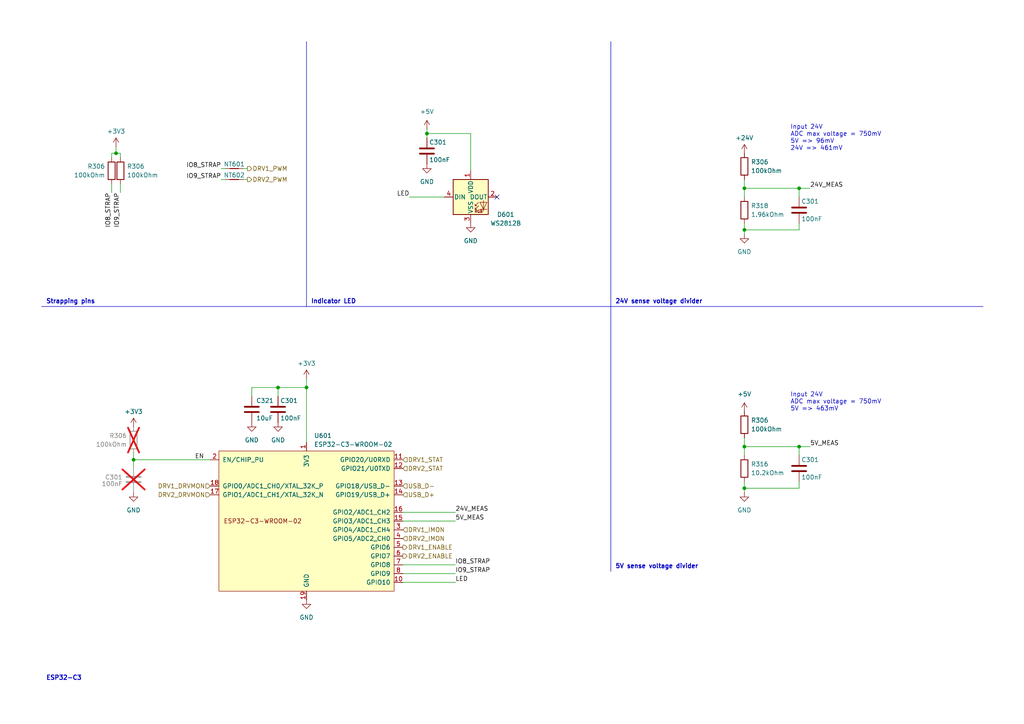
<source format=kicad_sch>
(kicad_sch (version 20230121) (generator eeschema)
  (paper "A4")
  (lib_symbols
    (symbol "Device:C" (pin_numbers hide) (pin_names (offset 0.254))
      (property "Reference" "C" (at 0.635 2.54 0))
      (property "Value" "C" (at 0.635 -2.54 0))
      (symbol "C_0_1"
        (polyline (pts (xy -2.032 -0.762) (xy 2.032 -0.762)) (stroke (width 0.508)))
        (polyline (pts (xy -2.032 0.762) (xy 2.032 0.762)) (stroke (width 0.508)))
      )
      (symbol "C_1_1"
        (pin passive line (at 0 3.81 270) (length 2.794) (name "~") (number "1"))
        (pin passive line (at 0 -3.81 90) (length 2.794) (name "~") (number "2"))
      )
    )
    (symbol "Device:NetTie_2" (pin_numbers hide) (pin_names (offset 0) hide) (in_bom no)
      (property "Reference" "NT" (at 0 1.27 0))
      (property "Value" "NetTie_2" (at 0 -1.27 0))
      (symbol "NetTie_2_0_1"
        (polyline (pts (xy -1.27 0) (xy 1.27 0)) (stroke (width 0.254)))
      )
      (symbol "NetTie_2_1_1"
        (pin passive line (at -2.54 0 0) (length 2.54) (name "1") (number "1"))
        (pin passive line (at 2.54 0 180) (length 2.54) (name "2") (number "2"))
      )
    )
    (symbol "Device:R" (pin_numbers hide) (pin_names (offset 0))
      (property "Reference" "R" (at 2.032 0 90))
      (property "Value" "R" (at 0 0 90))
      (symbol "R_0_1"
        (rectangle (start -1.016 -2.54) (end 1.016 2.54) (stroke (width 0.254)))
      )
      (symbol "R_1_1"
        (pin passive line (at 0 3.81 270) (length 1.27) (name "~") (number "1"))
        (pin passive line (at 0 -3.81 90) (length 1.27) (name "~") (number "2"))
      )
    )
    (symbol "LED:WS2812B" (pin_names (offset 0.254))
      (property "Reference" "D" (at 5.08 5.715 0))
      (property "Value" "WS2812B" (at 1.27 -5.715 0))
      (symbol "WS2812B_0_0"
        (text "RGB" (at 2.286 -4.191 0) (effects (font (size 0.762 0.762))))
      )
      (symbol "WS2812B_0_1"
        (polyline (pts (xy 1.27 -3.556) (xy 1.778 -3.556)))
        (polyline (pts (xy 1.27 -2.54) (xy 1.778 -2.54)))
        (polyline (pts (xy 4.699 -3.556) (xy 2.667 -3.556)))
        (polyline (pts (xy 2.286 -2.54) (xy 1.27 -3.556) (xy 1.27 -3.048)))
        (polyline (pts (xy 2.286 -1.524) (xy 1.27 -2.54) (xy 1.27 -2.032)))
        (polyline (pts (xy 3.683 -1.016) (xy 3.683 -3.556) (xy 3.683 -4.064)))
        (polyline (pts (xy 4.699 -1.524) (xy 2.667 -1.524) (xy 3.683 -3.556) (xy 4.699 -1.524)))
        (rectangle (start 5.08 5.08) (end -5.08 -5.08) (stroke (width 0.254)) (fill (type background)))
      )
      (symbol "WS2812B_1_1"
        (pin power_in line (at 0 7.62 270) (length 2.54) (name "VDD") (number "1"))
        (pin output line (at 7.62 0 180) (length 2.54) (name "DOUT") (number "2"))
        (pin power_in line (at 0 -7.62 90) (length 2.54) (name "VSS") (number "3"))
        (pin input line (at -7.62 0 0) (length 2.54) (name "DIN") (number "4"))
      )
    )
    (symbol "PCM_Espressif:ESP32-C3-WROOM-02" (pin_names (offset 1.016))
      (property "Reference" "U" (at -25.4 25.4 0))
      (property "Value" "ESP32-C3-WROOM-02" (at -25.4 22.86 0))
      (symbol "ESP32-C3-WROOM-02_0_0"
        (text "ESP32-C3-WROOM-02" (at -12.7 0 0) (effects (font (size 1.27 1.27))))
      )
      (symbol "ESP32-C3-WROOM-02_0_1"
        (rectangle (start 25.4 20.32) (end -25.4 -20.32) (fill (type background)))
      )
      (symbol "ESP32-C3-WROOM-02_1_1"
        (pin power_in line (at 0 22.86 270) (length 2.54) (name "3V3") (number "1"))
        (pin bidirectional line (at 27.94 -17.78 180) (length 2.54) (name "GPIO10") (number "10"))
        (pin bidirectional line (at 27.94 17.78 180) (length 2.54) (name "GPIO20/U0RXD") (number "11"))
        (pin bidirectional line (at 27.94 15.24 180) (length 2.54) (name "GPIO21/U0TXD") (number "12"))
        (pin bidirectional line (at 27.94 10.16 180) (length 2.54) (name "GPIO18/USB_D-") (number "13"))
        (pin bidirectional line (at 27.94 7.62 180) (length 2.54) (name "GPIO19/USB_D+") (number "14"))
        (pin bidirectional line (at 27.94 0 180) (length 2.54) (name "GPIO3/ADC1_CH3") (number "15"))
        (pin bidirectional line (at 27.94 2.54 180) (length 2.54) (name "GPIO2/ADC1_CH2") (number "16"))
        (pin bidirectional line (at -27.94 7.62 0) (length 2.54) (name "GPIO1/ADC1_CH1/XTAL_32K_N") (number "17"))
        (pin bidirectional line (at -27.94 10.16 0) (length 2.54) (name "GPIO0/ADC1_CH0/XTAL_32K_P") (number "18"))
        (pin power_in line (at 0 -22.86 90) (length 2.54) (name "GND") (number "19"))
        (pin input line (at -27.94 17.78 0) (length 2.54) (name "EN/CHIP_PU") (number "2"))
        (pin bidirectional line (at 27.94 -2.54 180) (length 2.54) (name "GPIO4/ADC1_CH4") (number "3"))
        (pin bidirectional line (at 27.94 -5.08 180) (length 2.54) (name "GPIO5/ADC2_CH0") (number "4"))
        (pin bidirectional line (at 27.94 -7.62 180) (length 2.54) (name "GPIO6") (number "5"))
        (pin bidirectional line (at 27.94 -10.16 180) (length 2.54) (name "GPIO7") (number "6"))
        (pin bidirectional line (at 27.94 -12.7 180) (length 2.54) (name "GPIO8") (number "7"))
        (pin bidirectional line (at 27.94 -15.24 180) (length 2.54) (name "GPIO9") (number "8"))
        (pin passive line (at 0 -22.86 90) (length 2.54) hide (name "GND") (number "9"))
      )
    )
    (symbol "power:+24V" (power) (pin_names (offset 0))
      (property "Value" "+24V" (at 0 3.556 0))
      (symbol "+24V_0_1"
        (polyline (pts (xy -0.762 1.27) (xy 0 2.54)))
        (polyline (pts (xy 0 0) (xy 0 2.54)))
        (polyline (pts (xy 0 2.54) (xy 0.762 1.27)))
      )
      (symbol "+24V_1_1"
        (pin power_in line (at 0 0 90) (length 0) hide (name "+24V") (number "1"))
      )
    )
    (symbol "power:+3V3" (power) (pin_names (offset 0))
      (property "Value" "+3V3" (at 0 3.556 0))
      (symbol "+3V3_0_1"
        (polyline (pts (xy -0.762 1.27) (xy 0 2.54)))
        (polyline (pts (xy 0 0) (xy 0 2.54)))
        (polyline (pts (xy 0 2.54) (xy 0.762 1.27)))
      )
      (symbol "+3V3_1_1"
        (pin power_in line (at 0 0 90) (length 0) hide (name "+3V3") (number "1"))
      )
    )
    (symbol "power:+5V" (power) (pin_names (offset 0))
      (property "Value" "+5V" (at 0 3.556 0))
      (symbol "+5V_0_1"
        (polyline (pts (xy -0.762 1.27) (xy 0 2.54)))
        (polyline (pts (xy 0 0) (xy 0 2.54)))
        (polyline (pts (xy 0 2.54) (xy 0.762 1.27)))
      )
      (symbol "+5V_1_1"
        (pin power_in line (at 0 0 90) (length 0) hide (name "+5V") (number "1"))
      )
    )
    (symbol "power:GND" (power) (pin_names (offset 0))
      (property "Value" "GND" (at 0 -3.81 0))
      (symbol "GND_0_1"
        (polyline (pts (xy 0 0) (xy 0 -1.27) (xy 1.27 -1.27) (xy 0 -2.54) (xy -1.27 -1.27) (xy 0 -1.27)))
      )
      (symbol "GND_1_1"
        (pin power_in line (at 0 0 270) (length 0) hide (name "GND") (number "1"))
      )
    )
  )
  (junction (at 215.9 141.605))
  (junction (at 215.9 129.54))
  (junction (at 38.735 133.35))
  (junction (at 231.775 54.61))
  (junction (at 123.825 38.735))
  (junction (at 88.9 112.395))
  (junction (at 215.9 54.61))
  (junction (at 80.645 112.395))
  (junction (at 231.775 129.54))
  (junction (at 33.655 44.45))
  (junction (at 215.9 66.675))
  (no_connect (at 144.145 57.15))
  (wire (pts (xy 88.9 112.395) (xy 80.645 112.395)))
  (wire (pts (xy 80.645 112.395) (xy 73.025 112.395)))
  (wire (pts (xy 64.135 52.07) (xy 65.405 52.07)))
  (wire (pts (xy 215.9 66.675) (xy 231.775 66.675)))
  (wire (pts (xy 215.9 52.07) (xy 215.9 54.61)))
  (wire (pts (xy 116.84 168.91) (xy 132.08 168.91)))
  (wire (pts (xy 71.755 48.895) (xy 70.485 48.895)))
  (wire (pts (xy 70.485 52.07) (xy 71.755 52.07)))
  (wire (pts (xy 32.385 44.45) (xy 32.385 45.72)))
  (wire (pts (xy 116.84 151.13) (xy 132.08 151.13)))
  (wire (pts (xy 123.825 38.735) (xy 136.525 38.735)))
  (wire (pts (xy 215.9 139.7) (xy 215.9 141.605)))
  (wire (pts (xy 116.84 166.37) (xy 132.08 166.37)))
  (wire (pts (xy 231.775 66.675) (xy 231.775 64.77)))
  (wire (pts (xy 33.655 44.45) (xy 32.385 44.45)))
  (polyline (pts (xy 177.165 12.065) (xy 177.165 165.735)))
  (wire (pts (xy 34.925 44.45) (xy 34.925 45.72)))
  (wire (pts (xy 73.025 112.395) (xy 73.025 114.935)))
  (wire (pts (xy 33.655 42.545) (xy 33.655 44.45)))
  (wire (pts (xy 38.735 133.35) (xy 38.735 135.255)))
  (wire (pts (xy 116.84 163.83) (xy 132.08 163.83)))
  (wire (pts (xy 215.9 66.675) (xy 215.9 67.945)))
  (wire (pts (xy 123.825 38.735) (xy 123.825 40.005)))
  (wire (pts (xy 64.135 48.895) (xy 65.405 48.895)))
  (wire (pts (xy 231.775 129.54) (xy 231.775 132.08)))
  (wire (pts (xy 215.9 129.54) (xy 215.9 132.08)))
  (wire (pts (xy 33.655 44.45) (xy 34.925 44.45)))
  (wire (pts (xy 38.735 131.445) (xy 38.735 133.35)))
  (wire (pts (xy 215.9 64.77) (xy 215.9 66.675)))
  (wire (pts (xy 34.925 55.88) (xy 34.925 53.34)))
  (wire (pts (xy 123.825 37.465) (xy 123.825 38.735)))
  (wire (pts (xy 136.525 38.735) (xy 136.525 49.53)))
  (wire (pts (xy 215.9 127) (xy 215.9 129.54)))
  (wire (pts (xy 231.775 141.605) (xy 231.775 139.7)))
  (wire (pts (xy 215.9 54.61) (xy 231.775 54.61)))
  (wire (pts (xy 32.385 55.88) (xy 32.385 53.34)))
  (wire (pts (xy 231.775 129.54) (xy 234.95 129.54)))
  (polyline (pts (xy 12.065 88.9) (xy 285.115 88.9)))
  (wire (pts (xy 116.84 148.59) (xy 132.08 148.59)))
  (wire (pts (xy 231.775 54.61) (xy 231.775 57.15)))
  (wire (pts (xy 215.9 54.61) (xy 215.9 57.15)))
  (wire (pts (xy 88.9 112.395) (xy 88.9 128.27)))
  (wire (pts (xy 215.9 141.605) (xy 215.9 142.875)))
  (wire (pts (xy 118.745 57.15) (xy 128.905 57.15)))
  (polyline (pts (xy 88.9 12.065) (xy 88.9 88.9)))
  (wire (pts (xy 215.9 129.54) (xy 231.775 129.54)))
  (wire (pts (xy 38.735 133.35) (xy 60.96 133.35)))
  (wire (pts (xy 80.645 112.395) (xy 80.645 114.935)))
  (wire (pts (xy 88.9 109.855) (xy 88.9 112.395)))
  (wire (pts (xy 215.9 141.605) (xy 231.775 141.605)))
  (wire (pts (xy 231.775 54.61) (xy 234.95 54.61)))
  (text "Input 24V\nADC max voltage = 750mV\n5V => 96mV\n24V => 461mV" (at 229.235 43.815 0) (effects (font (size 1.27 1.27)) (justify left bottom)))
  (text "Input 24V\nADC max voltage = 750mV\n5V => 463mV" (at 229.235 119.38 0) (effects (font (size 1.27 1.27)) (justify left bottom)))
  (text "Strapping pins" (at 13.335 88.265 0) (effects (font (size 1.27 1.27) (thickness 0.254) bold) (justify left bottom)))
  (text "ESP32-C3" (at 13.335 197.485 0) (effects (font (size 1.27 1.27) (thickness 0.254) bold) (justify left bottom)))
  (text "5V sense voltage divider" (at 178.435 165.1 0) (effects (font (size 1.27 1.27) (thickness 0.254) bold) (justify left bottom)))
  (text "Indicator LED" (at 90.17 88.265 0) (effects (font (size 1.27 1.27) (thickness 0.254) bold) (justify left bottom)))
  (text "24V sense voltage divider" (at 178.435 88.265 0) (effects (font (size 1.27 1.27) (thickness 0.254) bold) (justify left bottom)))
  (label "24V_MEAS" (at 132.08 148.59 0))
  (label "EN" (at 56.515 133.35 0))
  (label "5V_MEAS" (at 234.95 129.54 0))
  (label "24V_MEAS" (at 234.95 54.61 0))
  (label "IO8_STRAP" (at 64.135 48.895 180))
  (label "LED" (at 118.745 57.15 180))
  (label "IO9_STRAP" (at 132.08 166.37 0))
  (label "LED" (at 132.08 168.91 0))
  (label "IO9_STRAP" (at 64.135 52.07 180))
  (label "5V_MEAS" (at 132.08 151.13 0))
  (label "IO8_STRAP" (at 132.08 163.83 0))
  (label "IO9_STRAP" (at 34.925 55.88 270))
  (label "IO8_STRAP" (at 32.385 55.88 270))
  (hierarchical_label "DRV2_PWM" (shape output) (at 71.755 52.07 0))
  (hierarchical_label "DRV2_DRVMON" (shape input) (at 60.96 143.51 180))
  (hierarchical_label "DRV1_PWM" (shape output) (at 71.755 48.895 0))
  (hierarchical_label "USB_D-" (shape input) (at 116.84 140.97 0))
  (hierarchical_label "DRV1_ENABLE" (shape output) (at 116.84 158.75 0))
  (hierarchical_label "USB_D+" (shape input) (at 116.84 143.51 0))
  (hierarchical_label "DRV1_DRVMON" (shape input) (at 60.96 140.97 180))
  (hierarchical_label "DRV2_IMON" (shape input) (at 116.84 156.21 0))
  (hierarchical_label "DRV2_ENABLE" (shape output) (at 116.84 161.29 0))
  (hierarchical_label "DRV1_IMON" (shape input) (at 116.84 153.67 0))
  (hierarchical_label "DRV2_STAT" (shape input) (at 116.84 135.89 0))
  (hierarchical_label "DRV1_STAT" (shape input) (at 116.84 133.35 0))
  (symbol (lib_id "PCM_Espressif:ESP32-C3-WROOM-02") (at 88.9 151.13 0) (unit 1)
    (property "Reference" "U601" (at 91.0941 126.365 0) (effects (justify left)))
    (property "Value" "ESP32-C3-WROOM-02" (at 91.0941 128.905 0) (effects (justify left)))
    (property "Footprint" "PCM_Espressif:ESP32-C3-WROOM-02" (effects hide))
    (property "Datasheet" "https://www.espressif.com/sites/default/files/documentation/esp32-c3-wroom-02_datasheet_en.pdf" (effects hide))
    (property "LCSC" "C2934560" (effects hide))
  )
  (symbol (lib_id "power:+3V3") (at 88.9 109.855 0) (unit 1)
    (property "Reference" "#PWR0606" (effects hide))
    (property "Value" "+3V3" (at 88.9 105.41 0))
  )
  (symbol (lib_id "Device:R") (at 215.9 60.96 180) (unit 1)
    (property "Reference" "R318" (at 217.805 59.6899 0) (effects (justify right)))
    (property "Value" "1.96kOhm" (at 217.805 62.2299 0) (effects (justify right)))
    (property "Footprint" "Resistor_SMD:R_0402_1005Metric" (effects hide))
    (property "LCSC" "C226864" (effects hide))
    (instances (project "fancontroller" (path "" (reference "R318") (unit 1))) (project "leddimmer-hw" (path "" (reference "R503") (unit 1)) (path "" (reference "R605") (unit 1))))
  )
  (symbol (lib_id "Device:R") (at 215.9 135.89 180) (unit 1)
    (property "Reference" "R316" (at 217.805 134.6199 0) (effects (justify right)))
    (property "Value" "10.2kOhm" (at 217.805 137.1599 0) (effects (justify right)))
    (property "Footprint" "Resistor_SMD:R_0402_1005Metric" (effects hide))
    (property "LCSC" "C11660" (effects hide))
    (instances (project "fancontroller" (path "" (reference "R316") (unit 1))) (project "leddimmer-hw" (path "" (reference "R502") (unit 1)) (path "" (reference "R607") (unit 1))))
  )
  (symbol (lib_id "Device:C") (at 80.645 118.745 0) (unit 1)
    (property "Reference" "C301" (at 81.28 116.205 0) (effects (justify left)))
    (property "Value" "100nF" (at 81.28 121.285 0) (effects (justify left)))
    (property "Footprint" "Capacitor_SMD:C_0402_1005Metric" (effects hide))
    (property "LCSC" "C307331" (effects hide))
    (instances (project "fancontroller" (path "" (reference "C301") (unit 1))) (project "leddimmer-hw" (path "" (reference "C1") (unit 1)) (path "" (reference "C203") (unit 1)) (path "" (reference "C603") (unit 1))))
  )
  (symbol (lib_id "Device:C") (at 73.025 118.745 0) (unit 1)
    (property "Reference" "C321" (at 74.295 116.205 0) (effects (justify left)))
    (property "Value" "10uF" (at 74.295 121.285 0) (effects (justify left)))
    (property "Footprint" "Capacitor_SMD:C_0805_2012Metric" (effects hide))
    (property "LCSC" "C15850" (effects hide))
    (instances (project "fancontroller" (path "" (reference "C321") (unit 1))) (project "leddimmer-hw" (path "" (reference "C505") (unit 1)) (path "" (reference "C602") (unit 1))))
  )
  (symbol (lib_id "power:+3V3") (at 33.655 42.545 0) (unit 1)
    (property "Reference" "#PWR0601" (effects hide))
    (property "Value" "+3V3" (at 33.655 38.1 0))
  )
  (symbol (lib_id "power:GND") (at 73.025 122.555 0) (unit 1)
    (property "Reference" "#PWR0317" (effects hide))
    (property "Value" "GND" (at 73.025 127.635 0))
    (instances (project "fancontroller" (path "" (reference "#PWR0317") (unit 1))) (project "leddimmer-hw" (path "" (reference "#PWR0508") (unit 1)) (path "" (reference "#PWR0604") (unit 1))))
  )
  (symbol (lib_id "Device:C") (at 123.825 43.815 0) (unit 1)
    (property "Reference" "C301" (at 124.46 41.275 0) (effects (justify left)))
    (property "Value" "100nF" (at 124.46 46.355 0) (effects (justify left)))
    (property "Footprint" "Capacitor_SMD:C_0402_1005Metric" (effects hide))
    (property "LCSC" "C307331" (effects hide))
    (instances (project "fancontroller" (path "" (reference "C301") (unit 1))) (project "leddimmer-hw" (path "" (reference "C1") (unit 1)) (path "" (reference "C203") (unit 1)) (path "" (reference "C604") (unit 1))))
  )
  (symbol (lib_id "power:GND") (at 38.735 142.875 0) (unit 1)
    (property "Reference" "#PWR0317" (effects hide))
    (property "Value" "GND" (at 38.735 147.955 0))
    (instances (project "fancontroller" (path "" (reference "#PWR0317") (unit 1))) (project "leddimmer-hw" (path "" (reference "#PWR0508") (unit 1)) (path "" (reference "#PWR0603") (unit 1))))
  )
  (symbol (lib_id "Device:R") (at 34.925 49.53 180) (unit 1)
    (property "Reference" "R306" (at 36.83 48.26 0) (effects (justify right)))
    (property "Value" "100kOhm" (at 36.83 50.8 0) (effects (justify right)))
    (property "Footprint" "Resistor_SMD:R_0402_1005Metric" (effects hide))
    (property "LCSC" "C25741" (effects hide))
    (instances (project "fancontroller" (path "" (reference "R306") (unit 1))) (project "leddimmer-hw" (path "" (reference "R3") (unit 1)) (path "" (reference "R205") (unit 1)) (path "" (reference "R602") (unit 1))))
  )
  (symbol (lib_id "power:GND") (at 88.9 173.99 0) (unit 1)
    (property "Reference" "#PWR0317" (effects hide))
    (property "Value" "GND" (at 88.9 179.07 0))
    (instances (project "fancontroller" (path "" (reference "#PWR0317") (unit 1))) (project "leddimmer-hw" (path "" (reference "#PWR0508") (unit 1)) (path "" (reference "#PWR0607") (unit 1))))
  )
  (symbol (lib_id "Device:R") (at 215.9 48.26 180) (unit 1)
    (property "Reference" "R306" (at 217.805 46.99 0) (effects (justify right)))
    (property "Value" "100kOhm" (at 217.805 49.53 0) (effects (justify right)))
    (property "Footprint" "Resistor_SMD:R_0402_1005Metric" (effects hide))
    (property "LCSC" "C25741" (effects hide))
    (instances (project "fancontroller" (path "" (reference "R306") (unit 1))) (project "leddimmer-hw" (path "" (reference "R3") (unit 1)) (path "" (reference "R205") (unit 1)) (path "" (reference "R604") (unit 1))))
  )
  (symbol (lib_id "Device:NetTie_2") (at 67.945 48.895 0) (unit 1) (in_bom no)
    (property "Reference" "NT601" (at 67.945 47.625 0))
    (property "Value" "NetTie_2" (effects hide))
    (property "Footprint" "NetTie:NetTie-2_SMD_Pad0.5mm" (effects hide))
  )
  (symbol (lib_id "Device:NetTie_2") (at 67.945 52.07 0) (unit 1) (in_bom no)
    (property "Reference" "NT602" (at 67.945 50.8 0))
    (property "Value" "NetTie_2" (effects hide))
    (property "Footprint" "NetTie:NetTie-2_SMD_Pad0.5mm" (effects hide))
  )
  (symbol (lib_id "Device:C") (at 231.775 60.96 0) (unit 1)
    (property "Reference" "C301" (at 232.41 58.42 0) (effects (justify left)))
    (property "Value" "100nF" (at 232.41 63.5 0) (effects (justify left)))
    (property "Footprint" "Capacitor_SMD:C_0402_1005Metric" (effects hide))
    (property "LCSC" "C307331" (effects hide))
    (instances (project "fancontroller" (path "" (reference "C301") (unit 1))) (project "leddimmer-hw" (path "" (reference "C1") (unit 1)) (path "" (reference "C203") (unit 1)) (path "" (reference "C605") (unit 1))))
  )
  (symbol (lib_id "power:+5V") (at 215.9 119.38 0) (unit 1)
    (property "Reference" "#PWR0507" (effects hide))
    (property "Value" "+5V" (at 215.9 114.3 0))
    (instances (project "leddimmer-hw" (path "" (reference "#PWR0507") (unit 1)) (path "" (reference "#PWR0101") (unit 1)) (path "" (reference "#PWR0613") (unit 1))))
  )
  (symbol (lib_id "Device:R") (at 38.735 127.635 180) (unit 1) (in_bom no) (dnp yes)
    (property "Reference" "R306" (at 36.83 126.365 0) (effects (justify left)))
    (property "Value" "100kOhm" (at 36.83 128.905 0) (effects (justify left)))
    (property "Footprint" "Resistor_SMD:R_0402_1005Metric" (effects hide))
    (property "LCSC" "C25741" (effects hide))
    (instances (project "fancontroller" (path "" (reference "R306") (unit 1))) (project "leddimmer-hw" (path "" (reference "R3") (unit 1)) (path "" (reference "R205") (unit 1)) (path "" (reference "R603") (unit 1))))
  )
  (symbol (lib_id "power:+5V") (at 123.825 37.465 0) (unit 1)
    (property "Reference" "#PWR0507" (effects hide))
    (property "Value" "+5V" (at 123.825 32.385 0))
    (instances (project "leddimmer-hw" (path "" (reference "#PWR0507") (unit 1)) (path "" (reference "#PWR0101") (unit 1)) (path "" (reference "#PWR0608") (unit 1))))
  )
  (symbol (lib_id "Device:R") (at 215.9 123.19 180) (unit 1)
    (property "Reference" "R306" (at 217.805 121.92 0) (effects (justify right)))
    (property "Value" "100kOhm" (at 217.805 124.46 0) (effects (justify right)))
    (property "Footprint" "Resistor_SMD:R_0402_1005Metric" (effects hide))
    (property "LCSC" "C25741" (effects hide))
    (instances (project "fancontroller" (path "" (reference "R306") (unit 1))) (project "leddimmer-hw" (path "" (reference "R3") (unit 1)) (path "" (reference "R205") (unit 1)) (path "" (reference "R606") (unit 1))))
  )
  (symbol (lib_id "Device:R") (at 32.385 49.53 180) (unit 1)
    (property "Reference" "R306" (at 30.48 48.26 0) (effects (justify left)))
    (property "Value" "100kOhm" (at 30.48 50.8 0) (effects (justify left)))
    (property "Footprint" "Resistor_SMD:R_0402_1005Metric" (effects hide))
    (property "LCSC" "C25741" (effects hide))
    (instances (project "fancontroller" (path "" (reference "R306") (unit 1))) (project "leddimmer-hw" (path "" (reference "R3") (unit 1)) (path "" (reference "R205") (unit 1)) (path "" (reference "R601") (unit 1))))
  )
  (symbol (lib_id "Device:C") (at 38.735 139.065 0) (unit 1) (in_bom no) (dnp yes)
    (property "Reference" "C301" (at 35.56 138.43 0) (effects (justify right)))
    (property "Value" "100nF" (at 35.56 140.335 0) (effects (justify right)))
    (property "Footprint" "Capacitor_SMD:C_0402_1005Metric" (effects hide))
    (property "LCSC" "C307331" (effects hide))
    (instances (project "fancontroller" (path "" (reference "C301") (unit 1))) (project "leddimmer-hw" (path "" (reference "C1") (unit 1)) (path "" (reference "C203") (unit 1)) (path "" (reference "C601") (unit 1))))
  )
  (symbol (lib_id "power:+24V") (at 215.9 44.45 0) (unit 1)
    (property "Reference" "#PWR0506" (effects hide))
    (property "Value" "+24V" (at 215.9 40.005 0))
    (instances (project "leddimmer-hw" (path "" (reference "#PWR0506") (unit 1)) (path "" (reference "#PWR0611") (unit 1))))
  )
  (symbol (lib_id "Device:C") (at 231.775 135.89 0) (unit 1)
    (property "Reference" "C301" (at 232.41 133.35 0) (effects (justify left)))
    (property "Value" "100nF" (at 232.41 138.43 0) (effects (justify left)))
    (property "Footprint" "Capacitor_SMD:C_0402_1005Metric" (effects hide))
    (property "LCSC" "C307331" (effects hide))
    (instances (project "fancontroller" (path "" (reference "C301") (unit 1))) (project "leddimmer-hw" (path "" (reference "C1") (unit 1)) (path "" (reference "C203") (unit 1)) (path "" (reference "C606") (unit 1))))
  )
  (symbol (lib_id "power:+3V3") (at 38.735 123.825 0) (unit 1)
    (property "Reference" "#PWR0602" (effects hide))
    (property "Value" "+3V3" (at 38.735 119.38 0))
  )
  (symbol (lib_id "LED:WS2812B") (at 136.525 57.15 0) (unit 1)
    (property "Reference" "D601" (at 146.685 62.23 0))
    (property "Value" "WS2812B" (at 146.685 64.77 0))
    (property "Footprint" "LED_SMD:LED_WS2812B_PLCC4_5.0x5.0mm_P3.2mm" (effects hide))
    (property "Datasheet" "https://cdn-shop.adafruit.com/datasheets/WS2812B.pdf" (effects hide))
    (property "LCSC" "C2874885" (effects hide))
  )
  (symbol (lib_id "power:GND") (at 215.9 142.875 0) (unit 1)
    (property "Reference" "#PWR0306" (effects hide))
    (property "Value" "GND" (at 215.9 147.955 0))
    (instances (project "fancontroller" (path "" (reference "#PWR0306") (unit 1))) (project "leddimmer-hw" (path "" (reference "#PWR0614") (unit 1))))
  )
  (symbol (lib_id "power:GND") (at 136.525 64.77 0) (unit 1)
    (property "Reference" "#PWR0306" (effects hide))
    (property "Value" "GND" (at 136.525 69.85 0))
    (instances (project "fancontroller" (path "" (reference "#PWR0306") (unit 1))) (project "leddimmer-hw" (path "" (reference "#PWR0610") (unit 1))))
  )
  (symbol (lib_id "power:GND") (at 80.645 122.555 0) (unit 1)
    (property "Reference" "#PWR0317" (effects hide))
    (property "Value" "GND" (at 80.645 127.635 0))
    (instances (project "fancontroller" (path "" (reference "#PWR0317") (unit 1))) (project "leddimmer-hw" (path "" (reference "#PWR0508") (unit 1)) (path "" (reference "#PWR0605") (unit 1))))
  )
  (symbol (lib_id "power:GND") (at 123.825 47.625 0) (unit 1)
    (property "Reference" "#PWR0306" (effects hide))
    (property "Value" "GND" (at 123.825 52.705 0))
    (instances (project "fancontroller" (path "" (reference "#PWR0306") (unit 1))) (project "leddimmer-hw" (path "" (reference "#PWR0609") (unit 1))))
  )
  (symbol (lib_id "power:GND") (at 215.9 67.945 0) (unit 1)
    (property "Reference" "#PWR0306" (effects hide))
    (property "Value" "GND" (at 215.9 73.025 0))
    (instances (project "fancontroller" (path "" (reference "#PWR0306") (unit 1))) (project "leddimmer-hw" (path "" (reference "#PWR0612") (unit 1))))
  )
)
</source>
